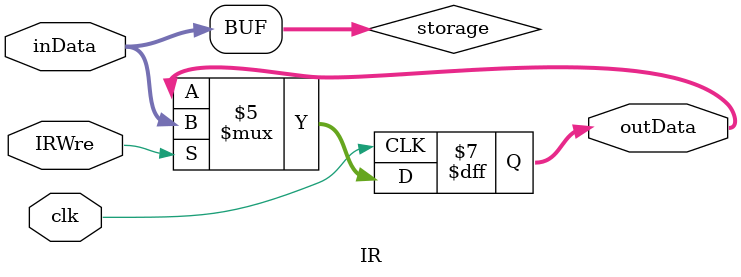
<source format=v>
`timescale 1ns / 1ps


module IR(
    input [31:0] inData,
    input clk, 
    input IRWre,
    output reg[31:0] outData
);

    reg[31:0] storage;
    always @(negedge clk) begin 
        if(IRWre == 1) outData = storage;    
    end

    always @(inData) begin
        storage = inData;
    end
endmodule

</source>
